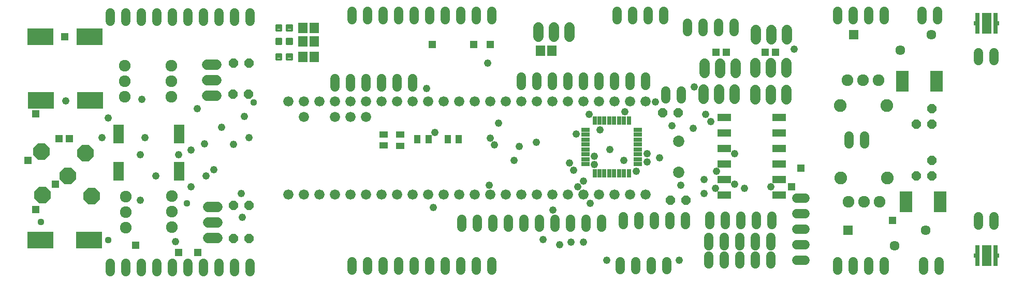
<source format=gts>
G75*
%MOIN*%
%OFA0B0*%
%FSLAX25Y25*%
%IPPOS*%
%LPD*%
%AMOC8*
5,1,8,0,0,1.08239X$1,22.5*
%
%ADD10OC8,0.06000*%
%ADD11C,0.06800*%
%ADD12OC8,0.10800*%
%ADD13R,0.08700X0.05100*%
%ADD14C,0.06600*%
%ADD15C,0.07550*%
%ADD16R,0.05800X0.03000*%
%ADD17R,0.03000X0.05800*%
%ADD18C,0.07300*%
%ADD19C,0.06000*%
%ADD20R,0.16548X0.10643*%
%ADD21R,0.06981X0.11902*%
%ADD22R,0.03950X0.05524*%
%ADD23R,0.05524X0.03950*%
%ADD24R,0.06343X0.06343*%
%ADD25C,0.06343*%
%ADD26R,0.07887X0.13398*%
%ADD27C,0.08200*%
%ADD28R,0.05918X0.06706*%
%ADD29C,0.01421*%
%ADD30R,0.02769X0.13792*%
%ADD31R,0.02375X0.02769*%
%ADD32R,0.05918X0.13792*%
%ADD33R,0.04737X0.05131*%
%ADD34R,0.05131X0.04737*%
%ADD35C,0.04762*%
%ADD36R,0.04762X0.04762*%
%ADD37C,0.04369*%
D10*
X0251967Y0149681D03*
X0261967Y0149681D03*
X0261967Y0171020D03*
X0251967Y0171020D03*
X0251573Y0242634D03*
X0261573Y0242634D03*
X0261967Y0262594D03*
X0251967Y0262594D03*
X0528089Y0230665D03*
X0538089Y0230665D03*
X0533148Y0174209D03*
X0543148Y0174209D03*
X0691396Y0189799D03*
X0701396Y0189799D03*
X0701396Y0199799D03*
X0701396Y0223264D03*
X0691396Y0223264D03*
X0701396Y0233264D03*
D11*
X0607974Y0239366D02*
X0607974Y0245366D01*
X0597974Y0245366D02*
X0597974Y0239366D01*
X0587974Y0239366D02*
X0587974Y0245366D01*
X0574510Y0245681D02*
X0574510Y0239681D01*
X0564510Y0239681D02*
X0564510Y0245681D01*
X0554510Y0245681D02*
X0554510Y0239681D01*
X0555297Y0256374D02*
X0555297Y0262374D01*
X0565297Y0262374D02*
X0565297Y0256374D01*
X0575297Y0256374D02*
X0575297Y0262374D01*
X0587974Y0262453D02*
X0587974Y0256453D01*
X0597974Y0256453D02*
X0597974Y0262453D01*
X0607974Y0262453D02*
X0607974Y0256453D01*
X0608100Y0277835D02*
X0608100Y0283835D01*
X0598100Y0283835D02*
X0598100Y0277835D01*
X0588100Y0277835D02*
X0588100Y0283835D01*
X0468112Y0285382D02*
X0468112Y0279382D01*
X0458112Y0279382D02*
X0458112Y0285382D01*
X0448112Y0285382D02*
X0448112Y0279382D01*
X0240793Y0261650D02*
X0234793Y0261650D01*
X0234793Y0251650D02*
X0240793Y0251650D01*
X0240793Y0241650D02*
X0234793Y0241650D01*
X0235581Y0169988D02*
X0241581Y0169988D01*
X0241581Y0159988D02*
X0235581Y0159988D01*
X0235581Y0149988D02*
X0241581Y0149988D01*
D12*
X0160510Y0176807D03*
X0145116Y0189878D03*
X0129014Y0177516D03*
X0128069Y0205665D03*
X0156415Y0204484D03*
D13*
X0567889Y0207634D03*
X0567889Y0217634D03*
X0567889Y0227634D03*
X0603289Y0227634D03*
X0603289Y0217634D03*
X0603289Y0207634D03*
X0603289Y0197634D03*
X0603289Y0187634D03*
X0603289Y0177634D03*
X0567889Y0177634D03*
X0567889Y0187634D03*
X0567889Y0197634D03*
D14*
X0517100Y0177862D03*
X0507100Y0177862D03*
X0497100Y0177862D03*
X0487100Y0177862D03*
X0477100Y0177862D03*
X0467100Y0177862D03*
X0457100Y0177862D03*
X0447100Y0177862D03*
X0437100Y0177862D03*
X0427100Y0177862D03*
X0417100Y0177862D03*
X0407100Y0177862D03*
X0397100Y0177862D03*
X0387100Y0177862D03*
X0377100Y0177862D03*
X0367100Y0177862D03*
X0357100Y0177862D03*
X0347100Y0177862D03*
X0337100Y0177862D03*
X0327100Y0177862D03*
X0317100Y0177862D03*
X0307100Y0177862D03*
X0297100Y0177862D03*
X0287100Y0177862D03*
X0297100Y0227862D03*
X0297100Y0237862D03*
X0287100Y0237862D03*
X0307100Y0237862D03*
X0317100Y0237862D03*
X0327100Y0237862D03*
X0337100Y0237862D03*
X0347100Y0237862D03*
X0357100Y0237862D03*
X0367100Y0237862D03*
X0377100Y0237862D03*
X0387100Y0237862D03*
X0397100Y0237862D03*
X0407100Y0237862D03*
X0417100Y0237862D03*
X0427100Y0237862D03*
X0437100Y0237862D03*
X0447100Y0237862D03*
X0457100Y0237862D03*
X0467100Y0237862D03*
X0477100Y0237862D03*
X0487100Y0237862D03*
X0497100Y0237862D03*
X0507100Y0237862D03*
X0517100Y0237862D03*
X0337100Y0227862D03*
X0327100Y0227862D03*
X0317100Y0227862D03*
D15*
X0211793Y0240941D03*
X0211793Y0250941D03*
X0211793Y0260941D03*
X0181998Y0260862D03*
X0181998Y0250862D03*
X0181998Y0240862D03*
X0182675Y0176650D03*
X0182675Y0166650D03*
X0182675Y0156650D03*
X0212085Y0157043D03*
X0212085Y0167043D03*
X0212085Y0177043D03*
X0647852Y0173146D03*
X0657852Y0173146D03*
X0667852Y0173146D03*
X0667360Y0251394D03*
X0657360Y0251394D03*
X0647360Y0251394D03*
D16*
X0512323Y0219531D03*
X0512323Y0216382D03*
X0512323Y0213232D03*
X0512323Y0210083D03*
X0512323Y0206933D03*
X0512323Y0203783D03*
X0512323Y0200634D03*
X0512323Y0197484D03*
X0478523Y0197484D03*
X0478523Y0200634D03*
X0478523Y0203783D03*
X0478523Y0206933D03*
X0478523Y0210083D03*
X0478523Y0213232D03*
X0478523Y0216382D03*
X0478523Y0219531D03*
D17*
X0484400Y0225408D03*
X0487549Y0225408D03*
X0490699Y0225408D03*
X0493848Y0225408D03*
X0496998Y0225408D03*
X0500148Y0225408D03*
X0503297Y0225408D03*
X0506447Y0225408D03*
X0506447Y0191608D03*
X0503297Y0191608D03*
X0500148Y0191608D03*
X0496998Y0191608D03*
X0493848Y0191608D03*
X0490699Y0191608D03*
X0487549Y0191608D03*
X0484400Y0191608D03*
D18*
X0538435Y0192185D03*
X0538435Y0212185D03*
D19*
X0172557Y0133423D02*
X0172557Y0128223D01*
X0182557Y0128223D02*
X0182557Y0133423D01*
X0192557Y0133423D02*
X0192557Y0128223D01*
X0202557Y0128223D02*
X0202557Y0133423D01*
X0212557Y0133423D02*
X0212557Y0128223D01*
X0222557Y0128223D02*
X0222557Y0133423D01*
X0232557Y0133423D02*
X0232557Y0128223D01*
X0242557Y0128223D02*
X0242557Y0133423D01*
X0252557Y0133423D02*
X0252557Y0128223D01*
X0262557Y0128223D02*
X0262557Y0133423D01*
X0328069Y0134407D02*
X0328069Y0129207D01*
X0338069Y0129207D02*
X0338069Y0134407D01*
X0348069Y0134407D02*
X0348069Y0129207D01*
X0358069Y0129207D02*
X0358069Y0134407D01*
X0368069Y0134407D02*
X0368069Y0129207D01*
X0378069Y0129207D02*
X0378069Y0134407D01*
X0388069Y0134407D02*
X0388069Y0129207D01*
X0398069Y0129207D02*
X0398069Y0134407D01*
X0408069Y0134407D02*
X0408069Y0129207D01*
X0418069Y0129207D02*
X0418069Y0134407D01*
X0418935Y0156766D02*
X0418935Y0161966D01*
X0408935Y0161966D02*
X0408935Y0156766D01*
X0398935Y0156766D02*
X0398935Y0161966D01*
X0428935Y0161966D02*
X0428935Y0156766D01*
X0438935Y0156766D02*
X0438935Y0161966D01*
X0448935Y0161966D02*
X0448935Y0156766D01*
X0458935Y0156766D02*
X0458935Y0161966D01*
X0468935Y0161966D02*
X0468935Y0156766D01*
X0478935Y0156766D02*
X0478935Y0161966D01*
X0488935Y0161966D02*
X0488935Y0156766D01*
X0502872Y0158490D02*
X0502872Y0163690D01*
X0512872Y0163690D02*
X0512872Y0158490D01*
X0522872Y0158490D02*
X0522872Y0163690D01*
X0532872Y0163690D02*
X0532872Y0158490D01*
X0542872Y0158490D02*
X0542872Y0163690D01*
X0558667Y0163738D02*
X0558667Y0158538D01*
X0568667Y0158538D02*
X0568667Y0163738D01*
X0578667Y0163738D02*
X0578667Y0158538D01*
X0588667Y0158538D02*
X0588667Y0163738D01*
X0598667Y0163738D02*
X0598667Y0158538D01*
X0614563Y0155429D02*
X0619763Y0155429D01*
X0619763Y0145429D02*
X0614563Y0145429D01*
X0597793Y0144955D02*
X0597793Y0150155D01*
X0587793Y0150155D02*
X0587793Y0144955D01*
X0587793Y0138344D02*
X0587793Y0133144D01*
X0597793Y0133144D02*
X0597793Y0138344D01*
X0614563Y0135429D02*
X0619763Y0135429D01*
X0640963Y0134407D02*
X0640963Y0129207D01*
X0650963Y0129207D02*
X0650963Y0134407D01*
X0660963Y0134407D02*
X0660963Y0129207D01*
X0670963Y0129207D02*
X0670963Y0134407D01*
X0696081Y0134407D02*
X0696081Y0129207D01*
X0706081Y0129207D02*
X0706081Y0134407D01*
X0731514Y0158243D02*
X0731514Y0163443D01*
X0741514Y0163443D02*
X0741514Y0158243D01*
X0658344Y0210408D02*
X0658344Y0215608D01*
X0648344Y0215608D02*
X0648344Y0210408D01*
X0619763Y0175429D02*
X0614563Y0175429D01*
X0614563Y0165429D02*
X0619763Y0165429D01*
X0577793Y0150155D02*
X0577793Y0144955D01*
X0567793Y0144955D02*
X0567793Y0150155D01*
X0557793Y0150155D02*
X0557793Y0144955D01*
X0557793Y0138344D02*
X0557793Y0133144D01*
X0567793Y0133144D02*
X0567793Y0138344D01*
X0577793Y0138344D02*
X0577793Y0133144D01*
X0530938Y0134607D02*
X0530938Y0129407D01*
X0520938Y0129407D02*
X0520938Y0134607D01*
X0510938Y0134607D02*
X0510938Y0129407D01*
X0500938Y0129407D02*
X0500938Y0134607D01*
X0530234Y0239443D02*
X0530234Y0244643D01*
X0517203Y0248302D02*
X0517203Y0253502D01*
X0507203Y0253502D02*
X0507203Y0248302D01*
X0497203Y0248302D02*
X0497203Y0253502D01*
X0487203Y0253502D02*
X0487203Y0248302D01*
X0477203Y0248302D02*
X0477203Y0253502D01*
X0467203Y0253502D02*
X0467203Y0248302D01*
X0457203Y0248302D02*
X0457203Y0253502D01*
X0447203Y0253502D02*
X0447203Y0248302D01*
X0437203Y0248302D02*
X0437203Y0253502D01*
X0367065Y0252517D02*
X0367065Y0247317D01*
X0357065Y0247317D02*
X0357065Y0252517D01*
X0347065Y0252517D02*
X0347065Y0247317D01*
X0337065Y0247317D02*
X0337065Y0252517D01*
X0327065Y0252517D02*
X0327065Y0247317D01*
X0317065Y0247317D02*
X0317065Y0252517D01*
X0328069Y0290624D02*
X0328069Y0295824D01*
X0338069Y0295824D02*
X0338069Y0290624D01*
X0348069Y0290624D02*
X0348069Y0295824D01*
X0358069Y0295824D02*
X0358069Y0290624D01*
X0368069Y0290624D02*
X0368069Y0295824D01*
X0378069Y0295824D02*
X0378069Y0290624D01*
X0388069Y0290624D02*
X0388069Y0295824D01*
X0398069Y0295824D02*
X0398069Y0290624D01*
X0408069Y0290624D02*
X0408069Y0295824D01*
X0418069Y0295824D02*
X0418069Y0290624D01*
X0498738Y0290624D02*
X0498738Y0295824D01*
X0508738Y0295824D02*
X0508738Y0290624D01*
X0518738Y0290624D02*
X0518738Y0295824D01*
X0528738Y0295824D02*
X0528738Y0290624D01*
X0544211Y0288210D02*
X0544211Y0283010D01*
X0554211Y0283010D02*
X0554211Y0288210D01*
X0564211Y0288210D02*
X0564211Y0283010D01*
X0574211Y0283010D02*
X0574211Y0288210D01*
X0640963Y0290624D02*
X0640963Y0295824D01*
X0650963Y0295824D02*
X0650963Y0290624D01*
X0660963Y0290624D02*
X0660963Y0295824D01*
X0670963Y0295824D02*
X0670963Y0290624D01*
X0695077Y0290624D02*
X0695077Y0295824D01*
X0705077Y0295824D02*
X0705077Y0290624D01*
X0731494Y0269250D02*
X0731494Y0264050D01*
X0741494Y0264050D02*
X0741494Y0269250D01*
X0540234Y0244643D02*
X0540234Y0239443D01*
X0262557Y0289640D02*
X0262557Y0294840D01*
X0252557Y0294840D02*
X0252557Y0289640D01*
X0242557Y0289640D02*
X0242557Y0294840D01*
X0232557Y0294840D02*
X0232557Y0289640D01*
X0222557Y0289640D02*
X0222557Y0294840D01*
X0212557Y0294840D02*
X0212557Y0289640D01*
X0202557Y0289640D02*
X0202557Y0294840D01*
X0192557Y0294840D02*
X0192557Y0289640D01*
X0182557Y0289640D02*
X0182557Y0294840D01*
X0172557Y0294840D02*
X0172557Y0289640D01*
D20*
X0159156Y0279642D03*
X0127659Y0279642D03*
X0128022Y0238547D03*
X0159518Y0238547D03*
X0158959Y0148539D03*
X0127463Y0148539D03*
D21*
X0177746Y0192972D03*
X0216801Y0192972D03*
X0216801Y0216831D03*
X0177746Y0216831D03*
D22*
X0370321Y0213461D03*
X0377407Y0213461D03*
X0389833Y0213461D03*
X0396919Y0213461D03*
D23*
X0359329Y0216413D03*
X0348423Y0216665D03*
X0348423Y0209579D03*
X0359329Y0209327D03*
D24*
X0647380Y0154858D03*
X0651317Y0280843D03*
D25*
X0681317Y0270843D03*
X0701317Y0280843D03*
X0697380Y0154858D03*
X0677380Y0144858D03*
D26*
X0684880Y0173146D03*
X0706927Y0173146D03*
X0704467Y0250902D03*
X0682419Y0250902D03*
D27*
X0672518Y0235154D03*
X0642518Y0235154D03*
X0643010Y0188402D03*
X0673010Y0188402D03*
D28*
X0457026Y0270587D03*
X0449545Y0270587D03*
X0303974Y0266650D03*
X0296494Y0266650D03*
X0296494Y0276492D03*
X0303974Y0276492D03*
X0303974Y0285350D03*
X0296494Y0285350D03*
D29*
X0289597Y0287008D02*
X0289597Y0283692D01*
X0286281Y0283692D01*
X0286281Y0287008D01*
X0289597Y0287008D01*
X0289597Y0285112D02*
X0286281Y0285112D01*
X0286281Y0286532D02*
X0289597Y0286532D01*
X0282691Y0287008D02*
X0282691Y0283692D01*
X0279375Y0283692D01*
X0279375Y0287008D01*
X0282691Y0287008D01*
X0282691Y0285112D02*
X0279375Y0285112D01*
X0279375Y0286532D02*
X0282691Y0286532D01*
X0282691Y0278150D02*
X0282691Y0274834D01*
X0279375Y0274834D01*
X0279375Y0278150D01*
X0282691Y0278150D01*
X0282691Y0276254D02*
X0279375Y0276254D01*
X0279375Y0277674D02*
X0282691Y0277674D01*
X0289597Y0278150D02*
X0289597Y0274834D01*
X0286281Y0274834D01*
X0286281Y0278150D01*
X0289597Y0278150D01*
X0289597Y0276254D02*
X0286281Y0276254D01*
X0286281Y0277674D02*
X0289597Y0277674D01*
X0289597Y0268308D02*
X0289597Y0264992D01*
X0286281Y0264992D01*
X0286281Y0268308D01*
X0289597Y0268308D01*
X0289597Y0266412D02*
X0286281Y0266412D01*
X0286281Y0267832D02*
X0289597Y0267832D01*
X0282691Y0268308D02*
X0282691Y0264992D01*
X0279375Y0264992D01*
X0279375Y0268308D01*
X0282691Y0268308D01*
X0282691Y0266412D02*
X0279375Y0266412D01*
X0279375Y0267832D02*
X0282691Y0267832D01*
D30*
X0730844Y0288303D03*
X0742656Y0288303D03*
X0742656Y0138697D03*
X0730844Y0138697D03*
D31*
X0729467Y0138697D03*
X0744033Y0138697D03*
X0744033Y0288303D03*
X0729467Y0288303D03*
D32*
X0736750Y0288303D03*
X0736750Y0138697D03*
D33*
X0600825Y0269602D03*
X0594132Y0269602D03*
X0569329Y0269602D03*
X0562636Y0269602D03*
D34*
X0146100Y0213992D03*
X0139407Y0213992D03*
D35*
X0167360Y0214484D03*
X0191967Y0203657D03*
X0194919Y0214484D03*
X0216573Y0203657D03*
X0224447Y0206610D03*
X0233305Y0210547D03*
X0244132Y0221374D03*
X0258896Y0228264D03*
X0261848Y0214484D03*
X0252006Y0210055D03*
X0239211Y0193815D03*
X0234289Y0189878D03*
X0224447Y0182988D03*
X0201809Y0189878D03*
X0191967Y0174130D03*
X0214604Y0147555D03*
X0257419Y0163303D03*
X0256927Y0178559D03*
X0171297Y0227280D03*
X0192951Y0239091D03*
X0228384Y0233185D03*
X0143738Y0238106D03*
X0376163Y0246370D03*
X0415486Y0262457D03*
X0480726Y0229390D03*
X0487876Y0219559D03*
X0472683Y0216878D03*
X0494132Y0207047D03*
X0484301Y0202579D03*
X0484301Y0197217D03*
X0470896Y0193642D03*
X0468215Y0198110D03*
X0477152Y0186492D03*
X0473577Y0182917D03*
X0481620Y0172193D03*
X0457490Y0167724D03*
X0451234Y0148957D03*
X0461959Y0145382D03*
X0469108Y0147169D03*
X0477152Y0147169D03*
X0492238Y0135551D03*
X0538817Y0135551D03*
X0554904Y0178449D03*
X0562053Y0182024D03*
X0554904Y0187386D03*
X0562947Y0192748D03*
X0574565Y0184705D03*
X0580821Y0182024D03*
X0597801Y0182917D03*
X0574565Y0204366D03*
X0547754Y0220453D03*
X0559372Y0224921D03*
X0555797Y0229390D03*
X0534348Y0222240D03*
X0523624Y0237433D03*
X0503963Y0231177D03*
X0548648Y0247264D03*
X0612994Y0271394D03*
X0518262Y0204366D03*
X0526305Y0201685D03*
X0518262Y0199004D03*
X0511112Y0192748D03*
X0503069Y0199898D03*
X0539711Y0183811D03*
X0446766Y0211516D03*
X0436041Y0208835D03*
X0419955Y0209728D03*
X0417274Y0214197D03*
X0422636Y0224028D03*
X0381526Y0217772D03*
X0432467Y0199898D03*
X0416380Y0183811D03*
X0380632Y0169512D03*
D36*
X0228876Y0140665D03*
X0216573Y0140665D03*
X0189014Y0145094D03*
X0124545Y0168224D03*
X0137341Y0184465D03*
X0119624Y0199720D03*
X0124545Y0229740D03*
X0143246Y0279445D03*
X0379959Y0274524D03*
X0406533Y0274524D03*
X0417360Y0274524D03*
X0617163Y0194799D03*
X0611258Y0182988D03*
X0676219Y0161335D03*
D37*
X0264801Y0237122D03*
X0221986Y0172161D03*
X0171297Y0148539D03*
X0127990Y0160350D03*
M02*

</source>
